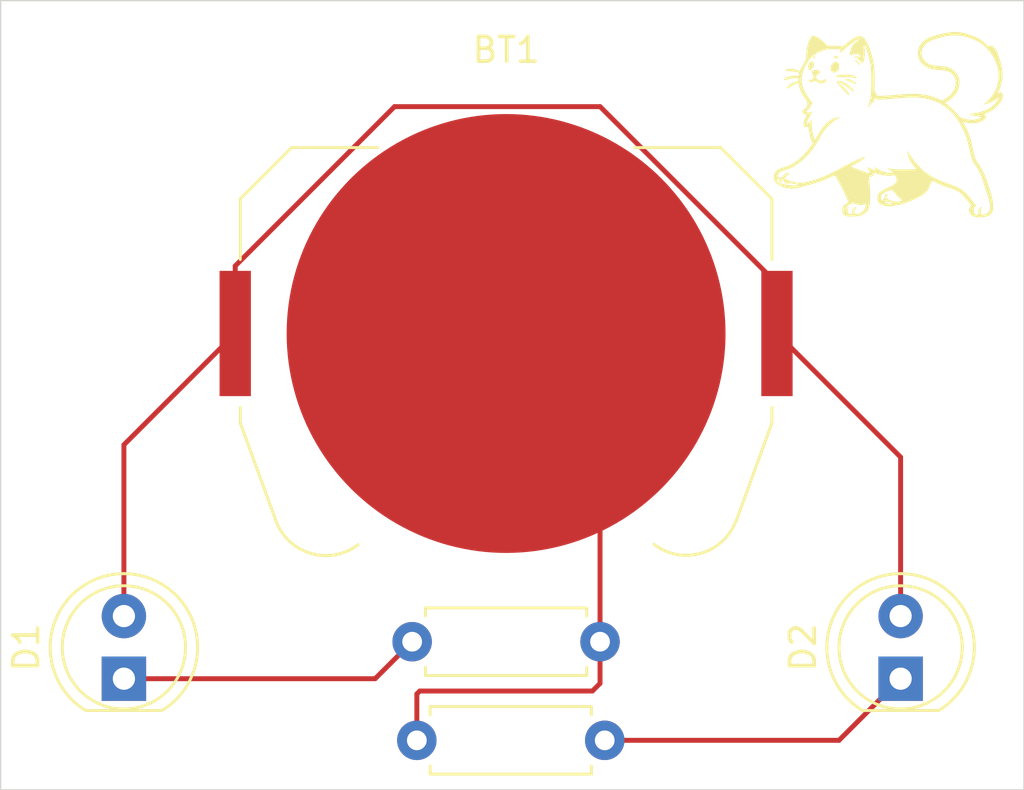
<source format=kicad_pcb>
(kicad_pcb (version 20241229) (generator "pcbnew") (generator_version "9.0")
  (layers (0 "F.Cu" signal) (2 "B.Cu" signal) (13 "F.Paste" user) (15 "B.Paste" user) (5 "F.SilkS" user "F.Silkscreen") (7 "B.SilkS" user "B.Silkscreen") (1 "F.Mask" user) (3 "B.Mask" user) (25 "Edge.Cuts" user))
  (net 0 "")
  (net 1 "Net-(BT1-+)")
  (net 2 "Net-(BT1--)")
  (net 3 "Net-(D1-K)")
  (net 4 "Net-(D2-K)")
  (footprint "LED_THT:LED_D5.0mm" (layer "F.Cu") (at 146 95 90)
    (property "Reference" "D1" (at 1.27 -3.96 90) (layer "F.SilkS"))
    (property "Value" "LED")
    (pad "1" thru_hole rect (at 0 0 90) (size 1.8 1.8) (drill 0.9) (layers "*.Cu" "*.Mask") (net 3 "Net-(D1-K)"))
    (pad "2" thru_hole circle (at 2.54 0 90) (size 1.8 1.8) (drill 0.9) (layers "*.Cu" "*.Mask") (net 1 "Net-(BT1-+)"))
  )
  (footprint "Resistor_THT:R_Axial_DIN0207_L6.3mm_D2.5mm_P7.62mm_Horizontal" (layer "F.Cu") (at 165.5 97.5 180)
    (property "Reference" "R2" (hide yes))
    (property "Value" "R" (hide yes))
    (pad "1" thru_hole circle (at 0 0 180) (size 1.6 1.6) (drill 0.8) (layers "*.Cu" "*.Mask") (net 4 "Net-(D2-K)"))
    (pad "2" thru_hole circle (at 7.62 0 180) (size 1.6 1.6) (drill 0.8) (layers "*.Cu" "*.Mask") (net 2 "Net-(BT1--)"))
  )
  (footprint "Resistor_THT:R_Axial_DIN0207_L6.3mm_D2.5mm_P7.62mm_Horizontal" (layer "F.Cu") (at 157.69 93.5)
    (property "Reference" "R1" (hide yes))
    (property "Value" "R" (hide yes))
    (pad "1" thru_hole circle (at 0 0) (size 1.6 1.6) (drill 0.8) (layers "*.Cu" "*.Mask") (net 3 "Net-(D1-K)"))
    (pad "2" thru_hole circle (at 7.62 0) (size 1.6 1.6) (drill 0.8) (layers "*.Cu" "*.Mask") (net 2 "Net-(BT1--)"))
  )
  (footprint "LED_THT:LED_D5.0mm" (layer "F.Cu") (at 177.5 95 90)
    (property "Reference" "D2" (at 1.27 -3.96 90) (layer "F.SilkS"))
    (property "Value" "LED")
    (pad "1" thru_hole rect (at 0 0 90) (size 1.8 1.8) (drill 0.9) (layers "*.Cu" "*.Mask") (net 4 "Net-(D2-K)"))
    (pad "2" thru_hole circle (at 2.54 0 90) (size 1.8 1.8) (drill 0.9) (layers "*.Cu" "*.Mask") (net 1 "Net-(BT1-+)"))
  )
  (footprint "LOGO" (layer "F.Cu") (at 177 72.5)
    (property "Reference" "G***" (hide yes))
    (property "Value" "LOGO" (hide yes))
  )
  (footprint "Battery:BatteryHolder_Keystone_3034_1x20mm" (layer "F.Cu") (at 161.5 81)
    (property "Reference" "BT1" (at 0 -11.5 0) (layer "F.SilkS"))
    (property "Value" "Battery_Cell" (hide yes))
    (pad "1" smd rect (at -10.985 0) (size 1.27 5.08) (layers "F.Cu" "F.Mask" "F.Paste") (net 1 "Net-(BT1-+)"))
    (pad "1" smd rect (at 10.985 0) (size 1.27 5.08) (layers "F.Cu" "F.Mask" "F.Paste") (net 1 "Net-(BT1-+)"))
    (pad "2" smd circle (at 0 0) (size 17.8 17.8) (layers "F.Cu" "F.Mask") (net 2 "Net-(BT1--)"))
  )
  (gr_rect (start 141 67.5) (end 182.5 99.5) (stroke (width 0.05)) (fill no) (layer "Edge.Cuts"))
  (segment (start 146 92.46) (end 146 85.515) (width 0.2) (layer "F.Cu") (net 1))
  (segment (start 177.5 92.46) (end 177.5 86.015) (width 0.2) (layer "F.Cu") (net 1))
  (segment (start 146 85.515) (end 150.515 81) (width 0.2) (layer "F.Cu") (net 1))
  (segment (start 150.515 81) (end 150.515 78.26) (width 0.2) (layer "F.Cu") (net 1))
  (segment (start 177.5 86.015) (end 172.485 81) (width 0.2) (layer "F.Cu") (net 1))
  (segment (start 150.515 78.26) (end 156.976 71.799) (width 0.2) (layer "F.Cu") (net 1))
  (segment (start 156.976 71.799) (end 165.311179 71.799) (width 0.2) (layer "F.Cu") (net 1))
  (segment (start 172.485 78.972821) (end 172.485 81) (width 0.2) (layer "F.Cu") (net 1))
  (segment (start 165.311179 71.799) (end 172.485 78.972821) (width 0.2) (layer "F.Cu") (net 1))
  (segment (start 165 95.5) (end 158 95.5) (width 0.2) (layer "F.Cu") (net 2))
  (segment (start 158 95.5) (end 157.88 95.62) (width 0.2) (layer "F.Cu") (net 2))
  (segment (start 165.31 93.5) (end 165.31 84.81) (width 0.2) (layer "F.Cu") (net 2))
  (segment (start 157.88 95.62) (end 157.88 97.5) (width 0.2) (layer "F.Cu") (net 2))
  (segment (start 165.31 93.5) (end 165.31 95.19) (width 0.2) (layer "F.Cu") (net 2))
  (segment (start 165.31 95.19) (end 165 95.5) (width 0.2) (layer "F.Cu") (net 2))
  (segment (start 165.31 84.81) (end 161.5 81) (width 0.2) (layer "F.Cu") (net 2))
  (segment (start 146 95) (end 156.19 95) (width 0.2) (layer "F.Cu") (net 3))
  (segment (start 156.19 95) (end 157.69 93.5) (width 0.2) (layer "F.Cu") (net 3))
  (segment (start 175 97.5) (end 177.5 95) (width 0.2) (layer "F.Cu") (net 4))
  (segment (start 165.5 97.5) (end 175 97.5) (width 0.2) (layer "F.Cu") (net 4))
)
</source>
